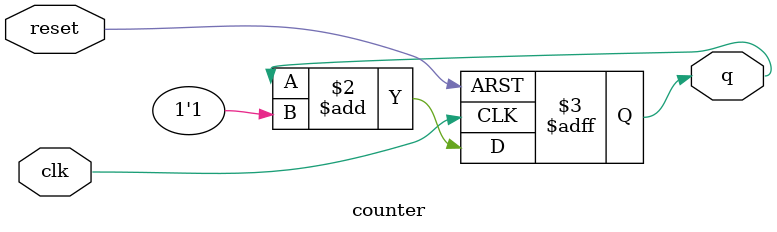
<source format=sv>
module counter (
  input clk,
  input reset,
  output reg q
);

always @(posedge clk or posedge reset) begin
  if (reset) begin
    q <= 1'b0;
  end
  else begin
    q <= q + 1'b1;
  end
end

endmodule

</source>
